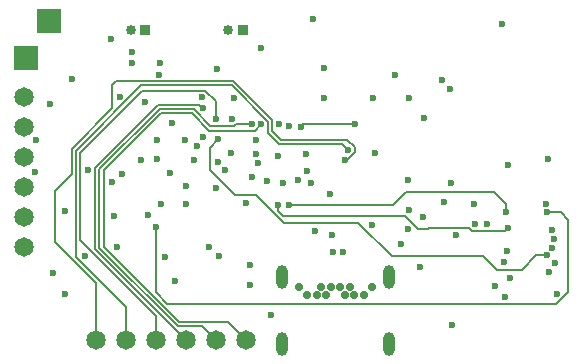
<source format=gbr>
%TF.GenerationSoftware,KiCad,Pcbnew,8.0.8*%
%TF.CreationDate,2025-02-18T00:43:55-08:00*%
%TF.ProjectId,OuterBoard_rev3.1,4f757465-7242-46f6-9172-645f72657633,rev?*%
%TF.SameCoordinates,Original*%
%TF.FileFunction,Copper,L5,Inr*%
%TF.FilePolarity,Positive*%
%FSLAX46Y46*%
G04 Gerber Fmt 4.6, Leading zero omitted, Abs format (unit mm)*
G04 Created by KiCad (PCBNEW 8.0.8) date 2025-02-18 00:43:55*
%MOMM*%
%LPD*%
G01*
G04 APERTURE LIST*
%TA.AperFunction,ComponentPad*%
%ADD10C,1.650000*%
%TD*%
%TA.AperFunction,ComponentPad*%
%ADD11C,0.700000*%
%TD*%
%TA.AperFunction,ComponentPad*%
%ADD12O,1.000000X2.000000*%
%TD*%
%TA.AperFunction,ComponentPad*%
%ADD13R,2.000000X2.000000*%
%TD*%
%TA.AperFunction,ComponentPad*%
%ADD14R,0.850000X0.850000*%
%TD*%
%TA.AperFunction,ComponentPad*%
%ADD15C,0.850000*%
%TD*%
%TA.AperFunction,ViaPad*%
%ADD16C,0.600000*%
%TD*%
%TA.AperFunction,Conductor*%
%ADD17C,0.200000*%
%TD*%
G04 APERTURE END LIST*
D10*
%TO.N,GPIO45*%
%TO.C,J2*%
X115620800Y-104013000D03*
%TO.N,GPIO46*%
X118160800Y-104013000D03*
%TO.N,IO21{slash}USER_LED*%
X120700800Y-104013000D03*
%TO.N,D10{slash}A10{slash}MOSI*%
X123240800Y-104013000D03*
%TO.N,D9{slash}A9{slash}MISO*%
X125780800Y-104013000D03*
%TO.N,D8{slash}A8{slash}SCK*%
X128320800Y-104013000D03*
%TD*%
D11*
%TO.N,GND*%
%TO.C,J42*%
X138978400Y-99503000D03*
%TO.N,unconnected-(J42-SSTXP2-PadB2)*%
X138328400Y-100203000D03*
%TO.N,unconnected-(J42-SSTXN2-PadB3)*%
X137528400Y-100203000D03*
%TO.N,+5V*%
X137128400Y-99503000D03*
%TO.N,Net-(J42-CC2)*%
X136728400Y-100203000D03*
%TO.N,USB_DP*%
X136328400Y-99503000D03*
%TO.N,USB_DN*%
X135528400Y-99503000D03*
%TO.N,unconnected-(J42-SBU2-PadB8)*%
X135128400Y-100203000D03*
%TO.N,+5V*%
X134728400Y-99503000D03*
%TO.N,unconnected-(J42-SSRXN1-PadB10)*%
X134328400Y-100203000D03*
%TO.N,unconnected-(J42-SSRXP1-PadB11)*%
X133528400Y-100203000D03*
%TO.N,GND*%
X132878400Y-99503000D03*
D12*
X131428400Y-98703000D03*
X140428400Y-98703000D03*
X131428400Y-104303000D03*
X140428400Y-104303000D03*
%TD*%
D13*
%TO.N,Net-(D1-K)*%
%TO.C,TP1*%
X109728000Y-80137000D03*
%TD*%
D14*
%TO.N,+BATT1*%
%TO.C,J3*%
X119837200Y-77800200D03*
D15*
%TO.N,GNDPWR*%
X118587200Y-77800200D03*
%TD*%
D14*
%TO.N,+BATT2*%
%TO.C,J4*%
X128117600Y-77749400D03*
D15*
%TO.N,GNDPWR*%
X126867600Y-77749400D03*
%TD*%
D13*
%TO.N,Net-(D2-K)*%
%TO.C,TP2*%
X111683800Y-76962000D03*
%TD*%
D10*
%TO.N,GNDPWR*%
%TO.C,J1*%
X109524800Y-96113600D03*
%TO.N,VDC*%
X109524800Y-93573600D03*
%TO.N,D1{slash}A1*%
X109524800Y-91033600D03*
%TO.N,GNDPWR*%
X109524800Y-88493600D03*
%TO.N,VDC*%
X109524800Y-85953600D03*
%TO.N,D0{slash}A0*%
X109524800Y-83413600D03*
%TD*%
D16*
%TO.N,GND*%
X147726400Y-94157800D03*
X114935000Y-89611200D03*
X121132600Y-92504600D03*
X142111489Y-93007223D03*
X121488200Y-97002600D03*
X145669000Y-90678000D03*
X154263252Y-96239441D03*
X123910000Y-88790000D03*
X120802400Y-88646600D03*
X110540800Y-87096600D03*
X150320000Y-100336400D03*
X145084800Y-92284600D03*
X150571200Y-89230200D03*
X113030000Y-93116400D03*
X128730000Y-97690000D03*
X142028800Y-90476900D03*
X147650200Y-92456000D03*
X117889684Y-89981291D03*
X123266200Y-92532200D03*
X131069477Y-88457575D03*
X111749000Y-84037600D03*
X139238800Y-88206400D03*
X122047000Y-85648800D03*
X128652394Y-99384806D03*
X114681000Y-96926400D03*
X125196600Y-96164400D03*
X122351800Y-99034600D03*
X135661400Y-95097600D03*
X139065000Y-83540600D03*
X134970000Y-83510000D03*
X117201071Y-93477539D03*
X134970000Y-80990000D03*
X134000000Y-76850000D03*
X145770600Y-102743000D03*
X121943122Y-89829707D03*
X142189200Y-83540600D03*
X150012400Y-77241400D03*
%TO.N,VCC*%
X120954800Y-81538800D03*
%TO.N,+2V8*%
X143408400Y-85242400D03*
X141452600Y-95885000D03*
%TO.N,VDC*%
X117396700Y-96139000D03*
X113004600Y-100152200D03*
X121107200Y-80568800D03*
X118688700Y-79618800D03*
%TO.N,Net-(D7-K)*%
X154686000Y-100101400D03*
%TO.N,+3.3V*%
X140944600Y-81584800D03*
X123266200Y-90954600D03*
X126100000Y-96920000D03*
X120802400Y-87096600D03*
X146098900Y-95123000D03*
X111988600Y-98348800D03*
X144909600Y-81965800D03*
X142087600Y-94589600D03*
X119483800Y-88793400D03*
X123153000Y-87031400D03*
X133527800Y-89662000D03*
X110515400Y-89814400D03*
X143078200Y-97866200D03*
%TO.N,+1V8*%
X153847800Y-93192600D03*
X120700800Y-94411800D03*
%TO.N,Net-(C38-Pad1)*%
X133444702Y-88239600D03*
%TO.N,+5V*%
X130429000Y-101879400D03*
%TO.N,IO21{slash}USER_LED*%
X125830000Y-85308799D03*
%TO.N,Net-(FB1-Pad2)*%
X153949400Y-88722200D03*
%TO.N,USB_DP*%
X135712200Y-96520000D03*
X126586400Y-89603665D03*
%TO.N,USB_DN*%
X136525000Y-96570800D03*
X125984000Y-88900000D03*
%TO.N,MTCK{slash}IO39{slash}CAM_SCL*%
X139013899Y-94285101D03*
X143370000Y-93550000D03*
%TO.N,IO38{slash}DVP_VSYNC*%
X133858000Y-90728800D03*
X153725086Y-92450272D03*
%TO.N,Net-(J10-Pad8)*%
X148742400Y-94183200D03*
%TO.N,IO47{slash}DVP_HREF*%
X131987500Y-92597090D03*
X150342600Y-93141800D03*
%TO.N,IO48{slash}DVP_Y9*%
X131054076Y-92574211D03*
X150520400Y-94564200D03*
%TO.N,IO10{slash}XMCLK*%
X127127615Y-85308799D03*
X154300000Y-94700000D03*
%TO.N,IO11{slash}DVP_Y8*%
X124715600Y-86848296D03*
X154440000Y-95490000D03*
%TO.N,IO12{slash}DVP_Y7*%
X153810000Y-96840000D03*
X125984000Y-87020400D03*
%TO.N,IO13{slash}DVP_PCLK*%
X129164567Y-87102167D03*
X150418800Y-96443800D03*
%TO.N,IO14{slash}DVP_Y6*%
X154514600Y-97455000D03*
X124160450Y-87606201D03*
%TO.N,IO15{slash}DVP_Y2*%
X127076200Y-88206000D03*
X150215600Y-97434400D03*
%TO.N,IO16{slash}DVP_Y5*%
X153970000Y-98240000D03*
X129235200Y-88288500D03*
%TO.N,IO17{slash}DVP_Y3*%
X129330301Y-89044545D03*
X150710000Y-98792400D03*
%TO.N,IO18{slash}DVP_Y4*%
X149450000Y-99441000D03*
X128839742Y-90170878D03*
%TO.N,CHIP_EN*%
X133030300Y-85939200D03*
X137591800Y-85725000D03*
%TO.N,BNO_INT*%
X120091200Y-93421200D03*
X125933200Y-81049800D03*
%TO.N,D1{slash}A1*%
X131108400Y-85750400D03*
%TO.N,D0{slash}A0*%
X129592400Y-79324200D03*
%TO.N,GPIO0*%
X131953000Y-85928200D03*
X145592800Y-82753200D03*
%TO.N,BNO_RST*%
X116967000Y-90601800D03*
X124661600Y-83439000D03*
%TO.N,D8{slash}A8{slash}SCK*%
X129641600Y-85750400D03*
%TO.N,D9{slash}A9{slash}MISO*%
X128843704Y-85733896D03*
%TO.N,D10{slash}A10{slash}MOSI*%
X124714000Y-84404200D03*
%TO.N,VDD_SPI*%
X125830000Y-91135200D03*
%TO.N,SPIHD*%
X128357314Y-92410849D03*
%TO.N,SPIWP*%
X134162800Y-94818200D03*
%TO.N,SPICS0*%
X135432900Y-91643200D03*
%TO.N,SPICLK*%
X130149600Y-90576400D03*
%TO.N,SPIQ*%
X132791200Y-90500200D03*
%TO.N,SPID*%
X131445000Y-90754200D03*
%TO.N,GNDPWR*%
X118688700Y-80568800D03*
X117668297Y-83398103D03*
X127345704Y-83494601D03*
X113583130Y-81940400D03*
X119820552Y-83885375D03*
X116890800Y-78536800D03*
%TO.N,GPIO45*%
X136753600Y-88773000D03*
%TO.N,GPIO46*%
X136982200Y-87884000D03*
%TD*%
D17*
%TO.N,+1V8*%
X154635200Y-100939600D02*
X121662504Y-100939600D01*
X121662504Y-100939600D02*
X120700800Y-99977896D01*
X154990800Y-93192600D02*
X155651200Y-93853000D01*
X155651200Y-99923600D02*
X154635200Y-100939600D01*
X120700800Y-99977896D02*
X120700800Y-94411800D01*
X153847800Y-93192600D02*
X154990800Y-93192600D01*
X155651200Y-93853000D02*
X155651200Y-99923600D01*
%TO.N,IO21{slash}USER_LED*%
X120700800Y-101971368D02*
X114301600Y-95572168D01*
X114301600Y-88140768D02*
X119560568Y-82881800D01*
X120700800Y-104013000D02*
X120700800Y-101971368D01*
X119560568Y-82881800D02*
X124918800Y-82881800D01*
X125830000Y-83793000D02*
X125830000Y-85308799D01*
X124918800Y-82881800D02*
X125830000Y-83793000D01*
X114301600Y-95572168D02*
X114301600Y-88140768D01*
%TO.N,IO47{slash}DVP_HREF*%
X150342600Y-92456000D02*
X150342600Y-93141800D01*
X149346600Y-91460000D02*
X150342600Y-92456000D01*
X131987500Y-92597090D02*
X140800000Y-92597090D01*
X141937090Y-91460000D02*
X149346600Y-91460000D01*
X140800000Y-92597090D02*
X141937090Y-91460000D01*
%TO.N,IO48{slash}DVP_Y9*%
X142915723Y-94565800D02*
X143748400Y-94565800D01*
X150284600Y-94800000D02*
X150520400Y-94564200D01*
X131054076Y-93090708D02*
X131461684Y-93498316D01*
X131054076Y-92574211D02*
X131054076Y-93090708D01*
X147237277Y-94520600D02*
X147516677Y-94800000D01*
X131461684Y-93498316D02*
X141848239Y-93498316D01*
X141848239Y-93498316D02*
X142915723Y-94565800D01*
X143748400Y-94565800D02*
X143793600Y-94520600D01*
X147516677Y-94800000D02*
X150284600Y-94800000D01*
X143793600Y-94520600D02*
X147237277Y-94520600D01*
%TO.N,IO12{slash}DVP_Y7*%
X125272800Y-87731600D02*
X125984000Y-87020400D01*
X129184400Y-91719400D02*
X127381000Y-91719400D01*
X131546600Y-94081600D02*
X129184400Y-91719400D01*
X137845800Y-94081600D02*
X131546600Y-94081600D01*
X151713600Y-98070000D02*
X149593600Y-98070000D01*
X153810000Y-96840000D02*
X152943600Y-96840000D01*
X140690600Y-96926400D02*
X137845800Y-94081600D01*
X148450000Y-96926400D02*
X140690600Y-96926400D01*
X152943600Y-96840000D02*
X151713600Y-98070000D01*
X149593600Y-98070000D02*
X148450000Y-96926400D01*
X125272800Y-89611200D02*
X125272800Y-87731600D01*
X127381000Y-91719400D02*
X125272800Y-89611200D01*
%TO.N,CHIP_EN*%
X133219099Y-85750401D02*
X137566399Y-85750401D01*
X137566399Y-85750401D02*
X137591800Y-85725000D01*
X133030300Y-85939200D02*
X133219099Y-85750401D01*
%TO.N,D8{slash}A8{slash}SCK*%
X126800000Y-102492200D02*
X122716736Y-102492200D01*
X122716736Y-102492200D02*
X116364600Y-96140064D01*
X125245804Y-86286296D02*
X129105704Y-86286296D01*
X128320800Y-104013000D02*
X126800000Y-102492200D01*
X129105704Y-86286296D02*
X129641600Y-85750400D01*
X116364600Y-89610136D02*
X121153613Y-84821123D01*
X123780631Y-84821123D02*
X125245804Y-86286296D01*
X116364600Y-96140064D02*
X116364600Y-89610136D01*
X121153613Y-84821123D02*
X123780631Y-84821123D01*
%TO.N,D9{slash}A9{slash}MISO*%
X127490518Y-85733896D02*
X127363215Y-85861199D01*
X115920784Y-96194616D02*
X122570768Y-102844600D01*
X115920784Y-89555584D02*
X115920784Y-96194616D01*
X128843704Y-85733896D02*
X127490518Y-85733896D01*
X124612400Y-102844600D02*
X125780800Y-104013000D01*
X122570768Y-102844600D02*
X124612400Y-102844600D01*
X123926600Y-84468723D02*
X123926600Y-84429600D01*
X123926600Y-84429600D02*
X121046768Y-84429600D01*
X121046768Y-84429600D02*
X115920784Y-89555584D01*
X125319076Y-85861199D02*
X123926600Y-84468723D01*
X127363215Y-85861199D02*
X125319076Y-85861199D01*
%TO.N,D10{slash}A10{slash}MOSI*%
X115544600Y-96316800D02*
X123240800Y-104013000D01*
X124383800Y-84074000D02*
X120904000Y-84074000D01*
X115544600Y-89433400D02*
X115544600Y-96316800D01*
X120904000Y-84074000D02*
X115544600Y-89433400D01*
X124714000Y-84404200D02*
X124383800Y-84074000D01*
%TO.N,GPIO45*%
X137566400Y-88087800D02*
X136881200Y-88773000D01*
X136881200Y-88773000D02*
X136753600Y-88773000D01*
X112217200Y-91371800D02*
X113596800Y-89992200D01*
X137566400Y-87680200D02*
X137566400Y-88087800D01*
X117044800Y-84400831D02*
X117044800Y-82396000D01*
X130551200Y-86314032D02*
X131290768Y-87053600D01*
X127273569Y-82096000D02*
X130551200Y-85373631D01*
X113596800Y-89992200D02*
X113596800Y-87848831D01*
X112217200Y-95748968D02*
X112217200Y-91371800D01*
X115620800Y-104013000D02*
X115620800Y-99152568D01*
X130551200Y-85373631D02*
X130551200Y-86314032D01*
X117044800Y-82396000D02*
X117344800Y-82096000D01*
X115620800Y-99152568D02*
X112217200Y-95748968D01*
X136939800Y-87053600D02*
X137566400Y-87680200D01*
X131290768Y-87053600D02*
X136939800Y-87053600D01*
X117344800Y-82096000D02*
X127273569Y-82096000D01*
X113596800Y-87848831D02*
X117044800Y-84400831D01*
%TO.N,GPIO46*%
X113949200Y-87994800D02*
X119495600Y-82448400D01*
X118160800Y-104013000D02*
X118160800Y-101194200D01*
X131144800Y-87406000D02*
X136504200Y-87406000D01*
X130198800Y-86460000D02*
X131144800Y-87406000D01*
X113949200Y-96982600D02*
X113949200Y-87994800D01*
X136504200Y-87406000D02*
X136982200Y-87884000D01*
X118160800Y-101194200D02*
X113949200Y-96982600D01*
X130198800Y-85519600D02*
X130198800Y-86460000D01*
X127127600Y-82448400D02*
X130198800Y-85519600D01*
X119495600Y-82448400D02*
X127127600Y-82448400D01*
%TD*%
M02*

</source>
